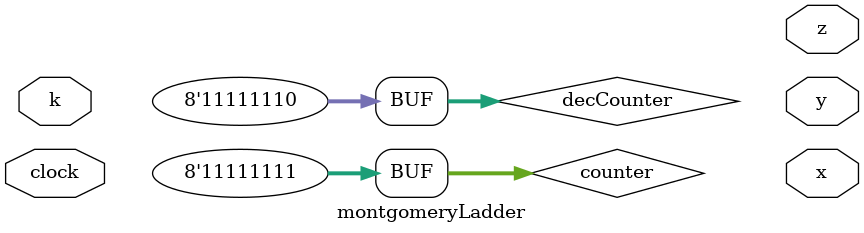
<source format=sv>
module montgomeryLadder(
    input var logic clock,
    input var logic [255:0]k,
    output var logic [255:0]x,
    output var logic [255:0]y,
    output var logic [255:0]z
);
logic [255:0] x0, y0, z0, x1, y1, z1;
logic [7:0]counter = 8'hff;
logic [7:0]decCounter;
assign decCounter = counter - 8'd1;
always_ff @(posedge clock) begin
    if (k[counter]==1'b0) begin

    end else begin
    end
end
endmodule

</source>
